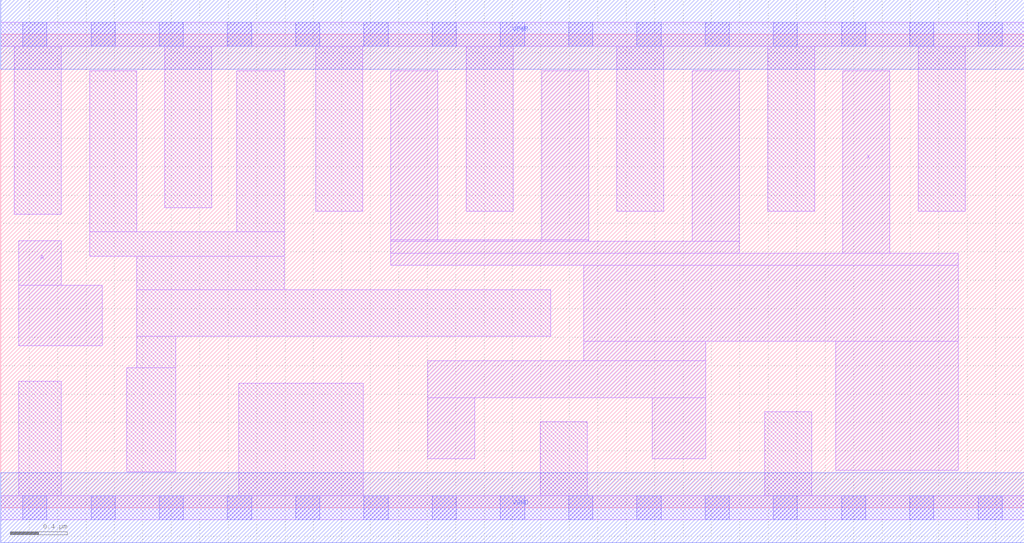
<source format=lef>
# Copyright 2020 The SkyWater PDK Authors
#
# Licensed under the Apache License, Version 2.0 (the "License");
# you may not use this file except in compliance with the License.
# You may obtain a copy of the License at
#
#     https://www.apache.org/licenses/LICENSE-2.0
#
# Unless required by applicable law or agreed to in writing, software
# distributed under the License is distributed on an "AS IS" BASIS,
# WITHOUT WARRANTIES OR CONDITIONS OF ANY KIND, either express or implied.
# See the License for the specific language governing permissions and
# limitations under the License.
#
# SPDX-License-Identifier: Apache-2.0

VERSION 5.7 ;
  NOWIREEXTENSIONATPIN ON ;
  DIVIDERCHAR "/" ;
  BUSBITCHARS "[]" ;
UNITS
  DATABASE MICRONS 200 ;
END UNITS
MACRO sky130_fd_sc_lp__clkbuflp_8
  CLASS CORE ;
  FOREIGN sky130_fd_sc_lp__clkbuflp_8 ;
  ORIGIN  0.000000  0.000000 ;
  SIZE  7.200000 BY  3.330000 ;
  SYMMETRY X Y R90 ;
  SITE unit ;
  PIN A
    ANTENNAGATEAREA  1.384000 ;
    DIRECTION INPUT ;
    USE SIGNAL ;
    PORT
      LAYER li1 ;
        RECT 0.125000 1.140000 0.715000 1.565000 ;
        RECT 0.125000 1.565000 0.425000 1.880000 ;
    END
  END A
  PIN X
    ANTENNADIFFAREA  1.428000 ;
    DIRECTION OUTPUT ;
    USE SIGNAL ;
    PORT
      LAYER li1 ;
        RECT 2.745000 1.705000 6.735000 1.790000 ;
        RECT 2.745000 1.790000 5.195000 1.875000 ;
        RECT 2.745000 1.875000 4.135000 1.885000 ;
        RECT 2.745000 1.885000 3.075000 3.075000 ;
        RECT 3.005000 0.345000 3.335000 0.775000 ;
        RECT 3.005000 0.775000 4.960000 1.035000 ;
        RECT 3.805000 1.885000 4.135000 3.075000 ;
        RECT 4.100000 1.035000 4.960000 1.170000 ;
        RECT 4.100000 1.170000 6.735000 1.705000 ;
        RECT 4.585000 0.345000 4.960000 0.775000 ;
        RECT 4.865000 1.875000 5.195000 3.075000 ;
        RECT 5.875000 0.265000 6.735000 1.170000 ;
        RECT 5.925000 1.790000 6.255000 3.075000 ;
    END
  END X
  PIN VGND
    DIRECTION INOUT ;
    USE GROUND ;
    PORT
      LAYER met1 ;
        RECT 0.000000 -0.245000 7.200000 0.245000 ;
    END
  END VGND
  PIN VPWR
    DIRECTION INOUT ;
    USE POWER ;
    PORT
      LAYER met1 ;
        RECT 0.000000 3.085000 7.200000 3.575000 ;
    END
  END VPWR
  OBS
    LAYER li1 ;
      RECT 0.000000 -0.085000 7.200000 0.085000 ;
      RECT 0.000000  3.245000 7.200000 3.415000 ;
      RECT 0.095000  2.065000 0.425000 3.245000 ;
      RECT 0.125000  0.085000 0.425000 0.890000 ;
      RECT 0.625000  1.770000 1.995000 1.940000 ;
      RECT 0.625000  1.940000 0.955000 3.075000 ;
      RECT 0.885000  0.255000 1.230000 0.985000 ;
      RECT 0.955000  0.985000 1.230000 1.205000 ;
      RECT 0.955000  1.205000 3.870000 1.535000 ;
      RECT 0.955000  1.535000 1.995000 1.770000 ;
      RECT 1.155000  2.110000 1.485000 3.245000 ;
      RECT 1.660000  1.940000 1.995000 3.075000 ;
      RECT 1.675000  0.085000 2.550000 0.875000 ;
      RECT 2.215000  2.085000 2.545000 3.245000 ;
      RECT 3.275000  2.085000 3.605000 3.245000 ;
      RECT 3.795000  0.085000 4.125000 0.605000 ;
      RECT 4.335000  2.085000 4.665000 3.245000 ;
      RECT 5.375000  0.085000 5.705000 0.675000 ;
      RECT 5.395000  2.085000 5.725000 3.245000 ;
      RECT 6.455000  2.085000 6.785000 3.245000 ;
    LAYER mcon ;
      RECT 0.155000 -0.085000 0.325000 0.085000 ;
      RECT 0.155000  3.245000 0.325000 3.415000 ;
      RECT 0.635000 -0.085000 0.805000 0.085000 ;
      RECT 0.635000  3.245000 0.805000 3.415000 ;
      RECT 1.115000 -0.085000 1.285000 0.085000 ;
      RECT 1.115000  3.245000 1.285000 3.415000 ;
      RECT 1.595000 -0.085000 1.765000 0.085000 ;
      RECT 1.595000  3.245000 1.765000 3.415000 ;
      RECT 2.075000 -0.085000 2.245000 0.085000 ;
      RECT 2.075000  3.245000 2.245000 3.415000 ;
      RECT 2.555000 -0.085000 2.725000 0.085000 ;
      RECT 2.555000  3.245000 2.725000 3.415000 ;
      RECT 3.035000 -0.085000 3.205000 0.085000 ;
      RECT 3.035000  3.245000 3.205000 3.415000 ;
      RECT 3.515000 -0.085000 3.685000 0.085000 ;
      RECT 3.515000  3.245000 3.685000 3.415000 ;
      RECT 3.995000 -0.085000 4.165000 0.085000 ;
      RECT 3.995000  3.245000 4.165000 3.415000 ;
      RECT 4.475000 -0.085000 4.645000 0.085000 ;
      RECT 4.475000  3.245000 4.645000 3.415000 ;
      RECT 4.955000 -0.085000 5.125000 0.085000 ;
      RECT 4.955000  3.245000 5.125000 3.415000 ;
      RECT 5.435000 -0.085000 5.605000 0.085000 ;
      RECT 5.435000  3.245000 5.605000 3.415000 ;
      RECT 5.915000 -0.085000 6.085000 0.085000 ;
      RECT 5.915000  3.245000 6.085000 3.415000 ;
      RECT 6.395000 -0.085000 6.565000 0.085000 ;
      RECT 6.395000  3.245000 6.565000 3.415000 ;
      RECT 6.875000 -0.085000 7.045000 0.085000 ;
      RECT 6.875000  3.245000 7.045000 3.415000 ;
  END
END sky130_fd_sc_lp__clkbuflp_8
END LIBRARY

</source>
